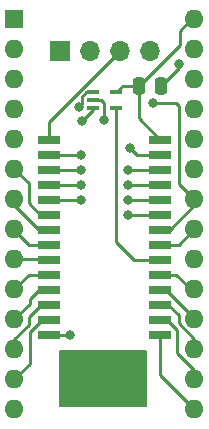
<source format=gbr>
%TF.GenerationSoftware,KiCad,Pcbnew,(6.0.11)*%
%TF.CreationDate,2024-01-03T21:38:51+00:00*%
%TF.ProjectId,BBCB-SWROM-32,42424342-2d53-4575-924f-4d2d33322e6b,rev?*%
%TF.SameCoordinates,Original*%
%TF.FileFunction,Copper,L1,Top*%
%TF.FilePolarity,Positive*%
%FSLAX46Y46*%
G04 Gerber Fmt 4.6, Leading zero omitted, Abs format (unit mm)*
G04 Created by KiCad (PCBNEW (6.0.11)) date 2024-01-03 21:38:51*
%MOMM*%
%LPD*%
G01*
G04 APERTURE LIST*
G04 Aperture macros list*
%AMRoundRect*
0 Rectangle with rounded corners*
0 $1 Rounding radius*
0 $2 $3 $4 $5 $6 $7 $8 $9 X,Y pos of 4 corners*
0 Add a 4 corners polygon primitive as box body*
4,1,4,$2,$3,$4,$5,$6,$7,$8,$9,$2,$3,0*
0 Add four circle primitives for the rounded corners*
1,1,$1+$1,$2,$3*
1,1,$1+$1,$4,$5*
1,1,$1+$1,$6,$7*
1,1,$1+$1,$8,$9*
0 Add four rect primitives between the rounded corners*
20,1,$1+$1,$2,$3,$4,$5,0*
20,1,$1+$1,$4,$5,$6,$7,0*
20,1,$1+$1,$6,$7,$8,$9,0*
20,1,$1+$1,$8,$9,$2,$3,0*%
G04 Aperture macros list end*
%TA.AperFunction,NonConductor*%
%ADD10C,0.200000*%
%TD*%
%TA.AperFunction,SMDPad,CuDef*%
%ADD11R,1.000000X0.400000*%
%TD*%
%TA.AperFunction,ComponentPad*%
%ADD12R,1.600000X1.600000*%
%TD*%
%TA.AperFunction,ComponentPad*%
%ADD13O,1.600000X1.600000*%
%TD*%
%TA.AperFunction,SMDPad,CuDef*%
%ADD14R,1.922000X0.650000*%
%TD*%
%TA.AperFunction,SMDPad,CuDef*%
%ADD15RoundRect,0.250000X-0.250000X-0.475000X0.250000X-0.475000X0.250000X0.475000X-0.250000X0.475000X0*%
%TD*%
%TA.AperFunction,ComponentPad*%
%ADD16R,1.700000X1.700000*%
%TD*%
%TA.AperFunction,ComponentPad*%
%ADD17O,1.700000X1.700000*%
%TD*%
%TA.AperFunction,ViaPad*%
%ADD18C,0.800000*%
%TD*%
%TA.AperFunction,Conductor*%
%ADD19C,0.250000*%
%TD*%
G04 APERTURE END LIST*
D10*
X149370000Y-97810000D02*
X156680000Y-97810000D01*
X156680000Y-97810000D02*
X156680000Y-102510000D01*
X156680000Y-102510000D02*
X149370000Y-102510000D01*
X149370000Y-102510000D02*
X149370000Y-97810000D01*
G36*
X149370000Y-97810000D02*
G01*
X156680000Y-97810000D01*
X156680000Y-102510000D01*
X149370000Y-102510000D01*
X149370000Y-97810000D01*
G37*
D11*
%TO.P,U3,1,A*%
%TO.N,Net-(JP1-Pad2)*%
X152125000Y-75950000D03*
%TO.P,U3,2,B*%
%TO.N,/CE*%
X152125000Y-76600000D03*
%TO.P,U3,3,GND*%
%TO.N,GND*%
X152125000Y-77250000D03*
%TO.P,U3,4,Y*%
%TO.N,/F_CE*%
X154125000Y-77250000D03*
%TO.P,U3,5,VCC*%
%TO.N,+5V*%
X154125000Y-75950000D03*
%TD*%
D12*
%TO.P,U1,1,A14*%
%TO.N,unconnected-(U1-Pad1)*%
X145500000Y-69755000D03*
D13*
%TO.P,U1,2,A12*%
%TO.N,/A12*%
X145500000Y-72295000D03*
%TO.P,U1,3,A7*%
%TO.N,/A7*%
X145500000Y-74835000D03*
%TO.P,U1,4,A6*%
%TO.N,/A6*%
X145500000Y-77375000D03*
%TO.P,U1,5,A5*%
%TO.N,/A5*%
X145500000Y-79915000D03*
%TO.P,U1,6,A4*%
%TO.N,/A4*%
X145500000Y-82455000D03*
%TO.P,U1,7,A3*%
%TO.N,/A3*%
X145500000Y-84995000D03*
%TO.P,U1,8,A2*%
%TO.N,/A2*%
X145500000Y-87535000D03*
%TO.P,U1,9,A1*%
%TO.N,/A1*%
X145500000Y-90075000D03*
%TO.P,U1,10,A0*%
%TO.N,/A0*%
X145500000Y-92615000D03*
%TO.P,U1,11,DQ0*%
%TO.N,/DQ0*%
X145500000Y-95155000D03*
%TO.P,U1,12,DQ1*%
%TO.N,/DQ1*%
X145500000Y-97695000D03*
%TO.P,U1,13,DQ2*%
%TO.N,/DQ2*%
X145500000Y-100235000D03*
%TO.P,U1,14,VSS*%
%TO.N,GND*%
X145500000Y-102775000D03*
%TO.P,U1,15,DQ3*%
%TO.N,/DQ3*%
X160740000Y-102775000D03*
%TO.P,U1,16,DQ4*%
%TO.N,/DQ4*%
X160740000Y-100235000D03*
%TO.P,U1,17,DQ5*%
%TO.N,/DQ5*%
X160740000Y-97695000D03*
%TO.P,U1,18,DQ6*%
%TO.N,/DQ6*%
X160740000Y-95155000D03*
%TO.P,U1,19,DQ7*%
%TO.N,/DQ7*%
X160740000Y-92615000D03*
%TO.P,U1,20,~{CE}*%
%TO.N,/CE*%
X160740000Y-90075000D03*
%TO.P,U1,21,A10*%
%TO.N,/A10*%
X160740000Y-87535000D03*
%TO.P,U1,22,~{OE}*%
%TO.N,/OE*%
X160740000Y-84995000D03*
%TO.P,U1,23,A11*%
%TO.N,/A11*%
X160740000Y-82455000D03*
%TO.P,U1,24,A9*%
%TO.N,/A9*%
X160740000Y-79915000D03*
%TO.P,U1,25,A8*%
%TO.N,/A8*%
X160740000Y-77375000D03*
%TO.P,U1,26,A13*%
%TO.N,/A13*%
X160740000Y-74835000D03*
%TO.P,U1,27,~{WE}*%
%TO.N,unconnected-(U1-Pad27)*%
X160740000Y-72295000D03*
%TO.P,U1,28,VDD*%
%TO.N,+5V*%
X160740000Y-69755000D03*
%TD*%
D14*
%TO.P,U2,1,A14*%
%TO.N,/A14*%
X148411000Y-79945000D03*
%TO.P,U2,2,A12*%
%TO.N,/A12*%
X148411000Y-81215000D03*
%TO.P,U2,3,A7*%
%TO.N,/A7*%
X148411000Y-82485000D03*
%TO.P,U2,4,A6*%
%TO.N,/A6*%
X148411000Y-83755000D03*
%TO.P,U2,5,A5*%
%TO.N,/A5*%
X148411000Y-85025000D03*
%TO.P,U2,6,A4*%
%TO.N,/A4*%
X148411000Y-86295000D03*
%TO.P,U2,7,A3*%
%TO.N,/A3*%
X148411000Y-87565000D03*
%TO.P,U2,8,A2*%
%TO.N,/A2*%
X148411000Y-88835000D03*
%TO.P,U2,9,A1*%
%TO.N,/A1*%
X148411000Y-90105000D03*
%TO.P,U2,10,A0*%
%TO.N,/A0*%
X148411000Y-91375000D03*
%TO.P,U2,11,DQ0*%
%TO.N,/DQ0*%
X148411000Y-92645000D03*
%TO.P,U2,12,DQ1*%
%TO.N,/DQ1*%
X148411000Y-93915000D03*
%TO.P,U2,13,DQ2*%
%TO.N,/DQ2*%
X148411000Y-95185000D03*
%TO.P,U2,14,VSS*%
%TO.N,GND*%
X148411000Y-96455000D03*
%TO.P,U2,15,DQ3*%
%TO.N,/DQ3*%
X157839000Y-96455000D03*
%TO.P,U2,16,DQ4*%
%TO.N,/DQ4*%
X157839000Y-95185000D03*
%TO.P,U2,17,DQ5*%
%TO.N,/DQ5*%
X157839000Y-93915000D03*
%TO.P,U2,18,DQ6*%
%TO.N,/DQ6*%
X157839000Y-92645000D03*
%TO.P,U2,19,DQ7*%
%TO.N,/DQ7*%
X157839000Y-91375000D03*
%TO.P,U2,20,~{CE}*%
%TO.N,/F_CE*%
X157839000Y-90105000D03*
%TO.P,U2,21,A10*%
%TO.N,/A10*%
X157839000Y-88835000D03*
%TO.P,U2,22,~{OE}*%
%TO.N,/OE*%
X157839000Y-87565000D03*
%TO.P,U2,23,A11*%
%TO.N,/A11*%
X157839000Y-86295000D03*
%TO.P,U2,24,A9*%
%TO.N,/A9*%
X157839000Y-85025000D03*
%TO.P,U2,25,A8*%
%TO.N,/A8*%
X157839000Y-83755000D03*
%TO.P,U2,26,A13*%
%TO.N,/A13*%
X157839000Y-82485000D03*
%TO.P,U2,27,~{WE}*%
%TO.N,/WE*%
X157839000Y-81215000D03*
%TO.P,U2,28,VDD*%
%TO.N,+5V*%
X157839000Y-79945000D03*
%TD*%
D15*
%TO.P,C1,1*%
%TO.N,+5V*%
X156030000Y-75380000D03*
%TO.P,C1,2*%
%TO.N,GND*%
X157930000Y-75380000D03*
%TD*%
D16*
%TO.P,J1,1,Pin_1*%
%TO.N,/nPhi1*%
X149325000Y-72475000D03*
D17*
%TO.P,J1,2,Pin_2*%
%TO.N,/WE*%
X151865000Y-72475000D03*
%TO.P,J1,3,Pin_3*%
%TO.N,/A14*%
X154405000Y-72475000D03*
%TO.P,J1,4,Pin_4*%
%TO.N,/WE*%
X156945000Y-72475000D03*
%TD*%
D18*
%TO.N,/A12*%
X151100000Y-81215000D03*
%TO.N,/A7*%
X151100000Y-82485000D03*
%TO.N,/A6*%
X151100000Y-83755000D03*
%TO.N,/A5*%
X151100000Y-85025000D03*
%TO.N,GND*%
X159470000Y-73560000D03*
X151190000Y-78360000D03*
X150240000Y-96480000D03*
%TO.N,/CE*%
X153110000Y-78310000D03*
%TO.N,/OE*%
X157255000Y-76815000D03*
%TO.N,/A11*%
X155150000Y-86295000D03*
%TO.N,/A9*%
X155150000Y-85025000D03*
%TO.N,/A8*%
X155150000Y-83755000D03*
%TO.N,/A13*%
X155150000Y-82485000D03*
%TO.N,Net-(JP1-Pad2)*%
X150930000Y-77140000D03*
%TO.N,/WE*%
X155300000Y-80630000D03*
%TD*%
D19*
%TO.N,/A12*%
X151100000Y-81215000D02*
X148411000Y-81215000D01*
%TO.N,/A7*%
X151100000Y-82485000D02*
X148426000Y-82485000D01*
%TO.N,/A6*%
X151100000Y-83800000D02*
X148456000Y-83800000D01*
%TO.N,/A5*%
X151100000Y-85025000D02*
X148411000Y-85025000D01*
%TO.N,/A4*%
X147695000Y-86295000D02*
X146700000Y-85300000D01*
X146700000Y-83655000D02*
X145500000Y-82455000D01*
X146700000Y-85300000D02*
X146700000Y-83655000D01*
X148411000Y-86295000D02*
X147695000Y-86295000D01*
%TO.N,/A3*%
X147565000Y-87565000D02*
X145500000Y-85500000D01*
X145500000Y-85500000D02*
X145500000Y-84995000D01*
X148411000Y-87565000D02*
X147565000Y-87565000D01*
%TO.N,/A2*%
X145500000Y-87535000D02*
X145500000Y-87600000D01*
X145500000Y-87600000D02*
X146735000Y-88835000D01*
X146735000Y-88835000D02*
X148411000Y-88835000D01*
%TO.N,/A1*%
X148381000Y-90075000D02*
X148411000Y-90105000D01*
X145500000Y-90075000D02*
X148381000Y-90075000D01*
%TO.N,/A0*%
X145500000Y-92615000D02*
X146740000Y-91375000D01*
X146740000Y-91375000D02*
X148411000Y-91375000D01*
%TO.N,/DQ0*%
X146800000Y-93855000D02*
X146800000Y-93400000D01*
X147555000Y-92645000D02*
X148411000Y-92645000D01*
X145500000Y-95155000D02*
X146800000Y-93855000D01*
X146800000Y-93400000D02*
X147555000Y-92645000D01*
%TO.N,/DQ1*%
X146700000Y-95000000D02*
X147785000Y-93915000D01*
X147785000Y-93915000D02*
X148411000Y-93915000D01*
X146700000Y-95600000D02*
X146700000Y-95000000D01*
X145500000Y-96800000D02*
X146700000Y-95600000D01*
X145500000Y-97695000D02*
X145500000Y-96800000D01*
%TO.N,/DQ2*%
X147815000Y-95185000D02*
X148411000Y-95185000D01*
X146800000Y-96200000D02*
X147815000Y-95185000D01*
X146800000Y-98935000D02*
X146800000Y-96200000D01*
X145500000Y-100235000D02*
X146800000Y-98935000D01*
%TO.N,GND*%
X148411000Y-96455000D02*
X150215000Y-96455000D01*
X157930000Y-75380000D02*
X159470000Y-73840000D01*
X152125000Y-77425000D02*
X151190000Y-78360000D01*
X159470000Y-73840000D02*
X159470000Y-73560000D01*
X150215000Y-96455000D02*
X150240000Y-96480000D01*
X152125000Y-77250000D02*
X152125000Y-77425000D01*
%TO.N,/DQ3*%
X160740000Y-102775000D02*
X157839000Y-99874000D01*
X157839000Y-99874000D02*
X157839000Y-96455000D01*
%TO.N,/DQ4*%
X160740000Y-99440000D02*
X159300000Y-98000000D01*
X158385000Y-95185000D02*
X157839000Y-95185000D01*
X159300000Y-98000000D02*
X159300000Y-96100000D01*
X160740000Y-100235000D02*
X160740000Y-99440000D01*
X159300000Y-96100000D02*
X158385000Y-95185000D01*
%TO.N,/DQ5*%
X160740000Y-97695000D02*
X160740000Y-96840000D01*
X160740000Y-96840000D02*
X159400000Y-95500000D01*
X159400000Y-95500000D02*
X159400000Y-94800000D01*
X159400000Y-94800000D02*
X158515000Y-93915000D01*
X158515000Y-93915000D02*
X157839000Y-93915000D01*
%TO.N,/DQ6*%
X160740000Y-95155000D02*
X160740000Y-95040000D01*
X160740000Y-95040000D02*
X158345000Y-92645000D01*
X158345000Y-92645000D02*
X157839000Y-92645000D01*
%TO.N,/DQ7*%
X159175000Y-91375000D02*
X157839000Y-91375000D01*
X160740000Y-92615000D02*
X160415000Y-92615000D01*
X160415000Y-92615000D02*
X159175000Y-91375000D01*
%TO.N,/CE*%
X152830000Y-76600000D02*
X152125000Y-76600000D01*
X153110000Y-76880000D02*
X152830000Y-76600000D01*
X153110000Y-78310000D02*
X153110000Y-76880000D01*
%TO.N,/A10*%
X157839000Y-88835000D02*
X159440000Y-88835000D01*
X159440000Y-88835000D02*
X160740000Y-87535000D01*
%TO.N,/OE*%
X159440000Y-77100000D02*
X159440000Y-83695000D01*
X159440000Y-83695000D02*
X160740000Y-84995000D01*
X158645000Y-87565000D02*
X160740000Y-85470000D01*
X157839000Y-87565000D02*
X158645000Y-87565000D01*
X157255000Y-76815000D02*
X159155000Y-76815000D01*
X159155000Y-76815000D02*
X159440000Y-77100000D01*
X160740000Y-85470000D02*
X160740000Y-84995000D01*
%TO.N,/A11*%
X157839000Y-86295000D02*
X155150000Y-86295000D01*
%TO.N,/A9*%
X157839000Y-85025000D02*
X155150000Y-85025000D01*
%TO.N,/A8*%
X157839000Y-83755000D02*
X155150000Y-83755000D01*
%TO.N,/A13*%
X157839000Y-82485000D02*
X155150000Y-82485000D01*
%TO.N,+5V*%
X156030000Y-75380000D02*
X159510000Y-71900000D01*
X156030000Y-75380000D02*
X154695000Y-75380000D01*
X156030000Y-78136000D02*
X157839000Y-79945000D01*
X156030000Y-75380000D02*
X156030000Y-78136000D01*
X159510000Y-71900000D02*
X159510000Y-70710000D01*
X154695000Y-75380000D02*
X154125000Y-75950000D01*
X159510000Y-70710000D02*
X160465000Y-69755000D01*
X160465000Y-69755000D02*
X160740000Y-69755000D01*
%TO.N,Net-(JP1-Pad2)*%
X151200000Y-76320000D02*
X151570000Y-75950000D01*
X151200000Y-76870000D02*
X151200000Y-76320000D01*
X151570000Y-75950000D02*
X152125000Y-75950000D01*
X150930000Y-77140000D02*
X151200000Y-76870000D01*
%TO.N,/WE*%
X155885000Y-81215000D02*
X155300000Y-80630000D01*
X157839000Y-81215000D02*
X155885000Y-81215000D01*
%TO.N,/A14*%
X148411000Y-78469000D02*
X148411000Y-79945000D01*
X154405000Y-72475000D02*
X148411000Y-78469000D01*
%TO.N,/F_CE*%
X155595000Y-90105000D02*
X157839000Y-90105000D01*
X154125000Y-88635000D02*
X155595000Y-90105000D01*
X154125000Y-77250000D02*
X154125000Y-88635000D01*
%TD*%
M02*

</source>
